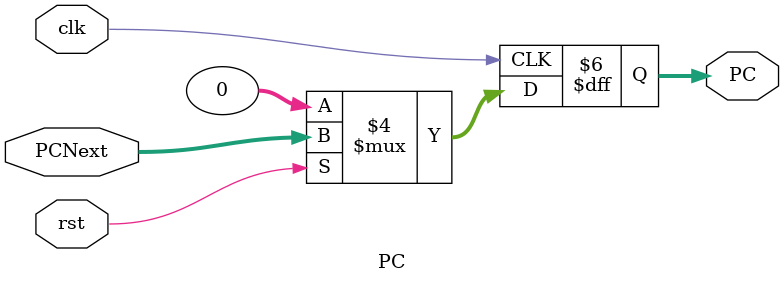
<source format=v>
module PC (

    input clk,
    rst,
    input [31:0] PCNext,
    output reg [31:0] PC
);

  always @(posedge clk) begin

    if (~rst)
       PC <= 32'b00000000;
    

else 
   PC <= PCNext;

    
  end


endmodule

</source>
